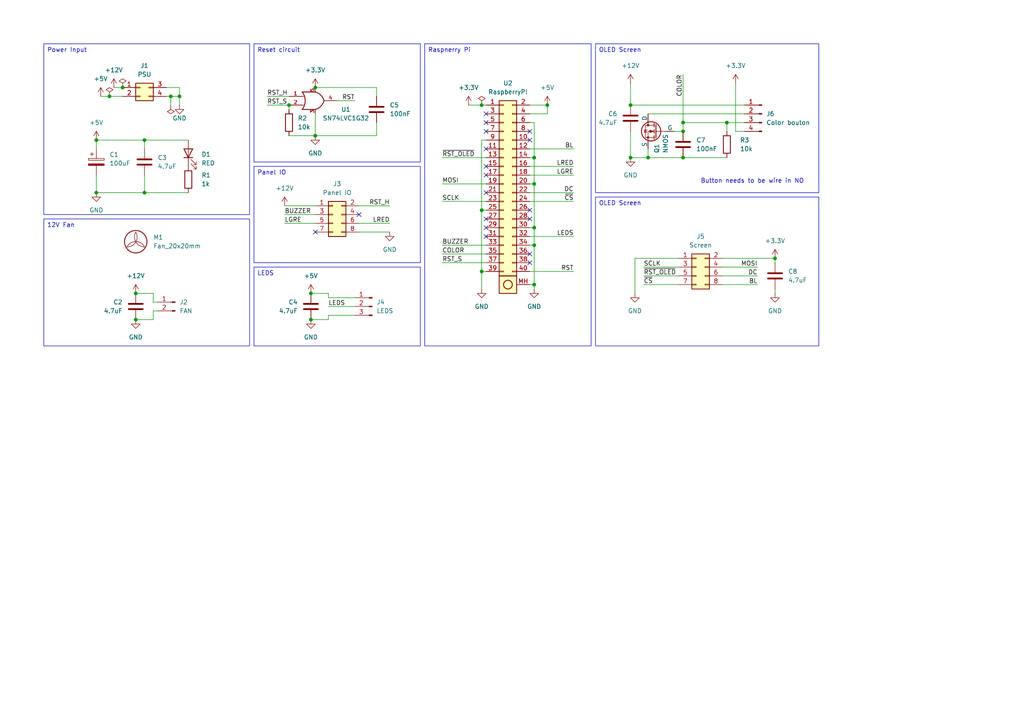
<source format=kicad_sch>
(kicad_sch (version 20230121) (generator eeschema)
  (paper "A4")
  (title_block (title "Carte IO Coffee Port") (date "2024-03-19") (rev "V1.0"))
  (lib_symbols
    (symbol "ComponentsEvo:Fan_20x20mm" (pin_names (offset 0))
      (property "Reference" "M" (at 0 6.35 0))
      (property "Value" "Fan_20x20mm" (at -6.35 -2.54 0))
      (symbol "Fan_20x20mm_0_1"
        (arc (start -2.54 -0.508) (mid 0.0028 0.9121) (end 0 3.81))
        (circle (center 0 1.016) (radius 3.2512) (stroke (width 0.254)))
        (arc (start 0 3.81) (mid 0.053 0.921) (end 2.54 -0.508))
        (arc (start 2.54 -0.508) (mid 0 1.0618) (end -2.54 -0.508))
      )
    )
    (symbol "ComponentsEvo:RaspberryPI" (pin_names (offset 1.016) hide)
      (property "Reference" "U" (at 0 26.67 0))
      (property "Value" "RaspberryPI" (at 0 -31.75 0))
      (symbol "RaspberryPI_0_1"
        (rectangle (start -2.54 -25.4) (end 2.54 -30.48) (stroke (width 0.254)) (fill (type background)))
        (circle (center 0 -27.94) (radius 1.27) (stroke (width 0.254)))
      )
      (symbol "RaspberryPI_1_1"
        (rectangle (start -2.54 -24.003) (end -1.27 -24.257) (stroke (width 0.1524)))
        (rectangle (start -2.54 -21.463) (end -1.27 -21.717) (stroke (width 0.1524)))
        (rectangle (start -2.54 -18.923) (end -1.27 -19.177) (stroke (width 0.1524)))
        (rectangle (start -2.54 -16.383) (end -1.27 -16.637) (stroke (width 0.1524)))
        (rectangle (start -2.54 -13.843) (end -1.27 -14.097) (stroke (width 0.1524)))
        (rectangle (start -2.54 -11.303) (end -1.27 -11.557) (stroke (width 0.1524)))
        (rectangle (start -2.54 -8.763) (end -1.27 -9.017) (stroke (width 0.1524)))
        (rectangle (start -2.54 -6.223) (end -1.27 -6.477) (stroke (width 0.1524)))
        (rectangle (start -2.54 -3.683) (end -1.27 -3.937) (stroke (width 0.1524)))
        (rectangle (start -2.54 -1.143) (end -1.27 -1.397) (stroke (width 0.1524)))
        (rectangle (start -2.54 1.397) (end -1.27 1.143) (stroke (width 0.1524)))
        (rectangle (start -2.54 3.937) (end -1.27 3.683) (stroke (width 0.1524)))
        (rectangle (start -2.54 6.477) (end -1.27 6.223) (stroke (width 0.1524)))
        (rectangle (start -2.54 9.017) (end -1.27 8.763) (stroke (width 0.1524)))
        (rectangle (start -2.54 11.557) (end -1.27 11.303) (stroke (width 0.1524)))
        (rectangle (start -2.54 14.097) (end -1.27 13.843) (stroke (width 0.1524)))
        (rectangle (start -2.54 16.637) (end -1.27 16.383) (stroke (width 0.1524)))
        (rectangle (start -2.54 19.177) (end -1.27 18.923) (stroke (width 0.1524)))
        (rectangle (start -2.54 21.717) (end -1.27 21.463) (stroke (width 0.1524)))
        (rectangle (start -2.54 24.257) (end -1.27 24.003) (stroke (width 0.1524)))
        (rectangle (start -2.54 25.4) (end 2.54 -25.4) (stroke (width 0.254)) (fill (type background)))
        (rectangle (start 2.54 -24.003) (end 1.27 -24.257) (stroke (width 0.1524)))
        (rectangle (start 2.54 -21.463) (end 1.27 -21.717) (stroke (width 0.1524)))
        (rectangle (start 2.54 -18.923) (end 1.27 -19.177) (stroke (width 0.1524)))
        (rectangle (start 2.54 -16.383) (end 1.27 -16.637) (stroke (width 0.1524)))
        (rectangle (start 2.54 -13.843) (end 1.27 -14.097) (stroke (width 0.1524)))
        (rectangle (start 2.54 -11.303) (end 1.27 -11.557) (stroke (width 0.1524)))
        (rectangle (start 2.54 -8.763) (end 1.27 -9.017) (stroke (width 0.1524)))
        (rectangle (start 2.54 -6.223) (end 1.27 -6.477) (stroke (width 0.1524)))
        (rectangle (start 2.54 -3.683) (end 1.27 -3.937) (stroke (width 0.1524)))
        (rectangle (start 2.54 -1.143) (end 1.27 -1.397) (stroke (width 0.1524)))
        (rectangle (start 2.54 1.397) (end 1.27 1.143) (stroke (width 0.1524)))
        (rectangle (start 2.54 3.937) (end 1.27 3.683) (stroke (width 0.1524)))
        (rectangle (start 2.54 6.477) (end 1.27 6.223) (stroke (width 0.1524)))
        (rectangle (start 2.54 9.017) (end 1.27 8.763) (stroke (width 0.1524)))
        (rectangle (start 2.54 11.557) (end 1.27 11.303) (stroke (width 0.1524)))
        (rectangle (start 2.54 14.097) (end 1.27 13.843) (stroke (width 0.1524)))
        (rectangle (start 2.54 16.637) (end 1.27 16.383) (stroke (width 0.1524)))
        (rectangle (start 2.54 19.177) (end 1.27 18.923) (stroke (width 0.1524)))
        (rectangle (start 2.54 21.717) (end 1.27 21.463) (stroke (width 0.1524)))
        (rectangle (start 2.54 24.257) (end 1.27 24.003) (stroke (width 0.1524)))
        (pin passive line (at -6.35 24.13 0) (length 3.81) (name "Pin_1") (number "1"))
        (pin passive line (at 6.35 13.97 180) (length 3.81) (name "Pin_10") (number "10"))
        (pin passive line (at -6.35 11.43 0) (length 3.81) (name "Pin_11") (number "11"))
        (pin passive line (at 6.35 11.43 180) (length 3.81) (name "Pin_12") (number "12"))
        (pin passive line (at -6.35 8.89 0) (length 3.81) (name "Pin_13") (number "13"))
        (pin passive line (at 6.35 8.89 180) (length 3.81) (name "Pin_14") (number "14"))
        (pin passive line (at -6.35 6.35 0) (length 3.81) (name "Pin_15") (number "15"))
        (pin passive line (at 6.35 6.35 180) (length 3.81) (name "Pin_16") (number "16"))
        (pin passive line (at -6.35 3.81 0) (length 3.81) (name "Pin_17") (number "17"))
        (pin passive line (at 6.35 3.81 180) (length 3.81) (name "Pin_18") (number "18"))
        (pin passive line (at -6.35 1.27 0) (length 3.81) (name "Pin_19") (number "19"))
        (pin passive line (at 6.35 24.13 180) (length 3.81) (name "Pin_2") (number "2"))
        (pin passive line (at 6.35 1.27 180) (length 3.81) (name "Pin_20") (number "20"))
        (pin passive line (at -6.35 -1.27 0) (length 3.81) (name "Pin_21") (number "21"))
        (pin passive line (at 6.35 -1.27 180) (length 3.81) (name "Pin_22") (number "22"))
        (pin passive line (at -6.35 -3.81 0) (length 3.81) (name "Pin_23") (number "23"))
        (pin passive line (at 6.35 -3.81 180) (length 3.81) (name "Pin_24") (number "24"))
        (pin passive line (at -6.35 -6.35 0) (length 3.81) (name "Pin_25") (number "25"))
        (pin passive line (at 6.35 -6.35 180) (length 3.81) (name "Pin_26") (number "26"))
        (pin passive line (at -6.35 -8.89 0) (length 3.81) (name "Pin_27") (number "27"))
        (pin passive line (at 6.35 -8.89 180) (length 3.81) (name "Pin_28") (number "28"))
        (pin passive line (at -6.35 -11.43 0) (length 3.81) (name "Pin_29") (number "29"))
        (pin passive line (at -6.35 21.59 0) (length 3.81) (name "Pin_3") (number "3"))
        (pin passive line (at 6.35 -11.43 180) (length 3.81) (name "Pin_30") (number "30"))
        (pin passive line (at -6.35 -13.97 0) (length 3.81) (name "Pin_31") (number "31"))
        (pin passive line (at 6.35 -13.97 180) (length 3.81) (name "Pin_32") (number "32"))
        (pin passive line (at -6.35 -16.51 0) (length 3.81) (name "Pin_33") (number "33"))
        (pin passive line (at 6.35 -16.51 180) (length 3.81) (name "Pin_34") (number "34"))
        (pin passive line (at -6.35 -19.05 0) (length 3.81) (name "Pin_35") (number "35"))
        (pin passive line (at 6.35 -19.05 180) (length 3.81) (name "Pin_36") (number "36"))
        (pin passive line (at -6.35 -21.59 0) (length 3.81) (name "Pin_37") (number "37"))
        (pin passive line (at 6.35 -21.59 180) (length 3.81) (name "Pin_38") (number "38"))
        (pin passive line (at -6.35 -24.13 0) (length 3.81) (name "Pin_39") (number "39"))
        (pin passive line (at 6.35 21.59 180) (length 3.81) (name "Pin_4") (number "4"))
        (pin passive line (at 6.35 -24.13 180) (length 3.81) (name "Pin_40") (number "40"))
        (pin passive line (at -6.35 19.05 0) (length 3.81) (name "Pin_5") (number "5"))
        (pin passive line (at 6.35 19.05 180) (length 3.81) (name "Pin_6") (number "6"))
        (pin passive line (at -6.35 16.51 0) (length 3.81) (name "Pin_7") (number "7"))
        (pin passive line (at 6.35 16.51 180) (length 3.81) (name "Pin_8") (number "8"))
        (pin passive line (at -6.35 13.97 0) (length 3.81) (name "Pin_9") (number "9"))
        (pin passive line (at 6.35 -27.94 180) (length 3.81) (name "MountingHoles") (number "MH"))
      )
    )
    (symbol "ComponentsEvo:SN74LVC1G32" (pin_names (offset 1.016) hide)
      (property "Reference" "U?" (at -0.635 7.62 0))
      (property "Value" "SN74LVC1G32" (at -0.635 5.08 0))
      (symbol "SN74LVC1G32_0_1"
        (arc (start -3.81 -2.54) (mid -2.919 0) (end -3.81 2.54) (stroke (width 0.254)))
        (arc (start 0 -2.54) (mid 1.5993 -1.6027) (end 2.54 0) (stroke (width 0.254)))
        (polyline (pts (xy -3.81 -1.27) (xy -3.175 -1.27)))
        (polyline (pts (xy -3.81 1.27) (xy -3.175 1.27)))
        (polyline (pts (xy 0 -2.54) (xy -3.81 -2.54)) (stroke (width 0.254)) (fill (type background)))
        (polyline (pts (xy 0 2.54) (xy -3.81 2.54)) (stroke (width 0.254)) (fill (type background)))
        (arc (start 2.54 0) (mid 1.6119 1.6152) (end 0 2.54) (stroke (width 0.254)))
      )
      (symbol "SN74LVC1G32_1_1"
        (pin input line (at -7.62 1.27 0) (length 3.81) (name "A") (number "1"))
        (pin input line (at -7.62 -1.27 0) (length 3.81) (name "B") (number "2"))
        (pin power_in line (at 0 -3.81 90) (length 1.397) (name "GND") (number "3"))
        (pin output line (at 6.35 0 180) (length 3.81) (name "S") (number "4"))
        (pin power_in line (at 0 3.81 270) (length 1.397) (name "VCC") (number "5"))
      )
    )
    (symbol "Connector:Conn_01x02_Pin" (pin_names (offset 1.016) hide)
      (property "Reference" "J" (at 0 2.54 0))
      (property "Value" "Conn_01x02_Pin" (at 0 -5.08 0))
      (symbol "Conn_01x02_Pin_1_1"
        (polyline (pts (xy 1.27 -2.54) (xy 0.8636 -2.54)) (stroke (width 0.1524)))
        (polyline (pts (xy 1.27 0) (xy 0.8636 0)) (stroke (width 0.1524)))
        (rectangle (start 0.8636 -2.413) (end 0 -2.667) (stroke (width 0.1524)) (fill (type outline)))
        (rectangle (start 0.8636 0.127) (end 0 -0.127) (stroke (width 0.1524)) (fill (type outline)))
        (pin passive line (at 5.08 0 180) (length 3.81) (name "Pin_1") (number "1"))
        (pin passive line (at 5.08 -2.54 180) (length 3.81) (name "Pin_2") (number "2"))
      )
    )
    (symbol "Connector:Conn_01x03_Pin" (pin_names (offset 1.016) hide)
      (property "Reference" "J" (at 0 5.08 0))
      (property "Value" "Conn_01x03_Pin" (at 0 -5.08 0))
      (symbol "Conn_01x03_Pin_1_1"
        (polyline (pts (xy 1.27 -2.54) (xy 0.8636 -2.54)) (stroke (width 0.1524)))
        (polyline (pts (xy 1.27 0) (xy 0.8636 0)) (stroke (width 0.1524)))
        (polyline (pts (xy 1.27 2.54) (xy 0.8636 2.54)) (stroke (width 0.1524)))
        (rectangle (start 0.8636 -2.413) (end 0 -2.667) (stroke (width 0.1524)) (fill (type outline)))
        (rectangle (start 0.8636 0.127) (end 0 -0.127) (stroke (width 0.1524)) (fill (type outline)))
        (rectangle (start 0.8636 2.667) (end 0 2.413) (stroke (width 0.1524)) (fill (type outline)))
        (pin passive line (at 5.08 2.54 180) (length 3.81) (name "Pin_1") (number "1"))
        (pin passive line (at 5.08 0 180) (length 3.81) (name "Pin_2") (number "2"))
        (pin passive line (at 5.08 -2.54 180) (length 3.81) (name "Pin_3") (number "3"))
      )
    )
    (symbol "Connector:Conn_01x04_Pin" (pin_names (offset 1.016) hide)
      (property "Reference" "J" (at 0 5.08 0))
      (property "Value" "Conn_01x04_Pin" (at 0 -7.62 0))
      (symbol "Conn_01x04_Pin_1_1"
        (polyline (pts (xy 1.27 -5.08) (xy 0.8636 -5.08)) (stroke (width 0.1524)))
        (polyline (pts (xy 1.27 -2.54) (xy 0.8636 -2.54)) (stroke (width 0.1524)))
        (polyline (pts (xy 1.27 0) (xy 0.8636 0)) (stroke (width 0.1524)))
        (polyline (pts (xy 1.27 2.54) (xy 0.8636 2.54)) (stroke (width 0.1524)))
        (rectangle (start 0.8636 -4.953) (end 0 -5.207) (stroke (width 0.1524)) (fill (type outline)))
        (rectangle (start 0.8636 -2.413) (end 0 -2.667) (stroke (width 0.1524)) (fill (type outline)))
        (rectangle (start 0.8636 0.127) (end 0 -0.127) (stroke (width 0.1524)) (fill (type outline)))
        (rectangle (start 0.8636 2.667) (end 0 2.413) (stroke (width 0.1524)) (fill (type outline)))
        (pin passive line (at 5.08 2.54 180) (length 3.81) (name "Pin_1") (number "1"))
        (pin passive line (at 5.08 0 180) (length 3.81) (name "Pin_2") (number "2"))
        (pin passive line (at 5.08 -2.54 180) (length 3.81) (name "Pin_3") (number "3"))
        (pin passive line (at 5.08 -5.08 180) (length 3.81) (name "Pin_4") (number "4"))
      )
    )
    (symbol "Connector_Generic:Conn_02x02_Top_Bottom" (pin_names (offset 1.016) hide)
      (property "Reference" "J" (at 1.27 2.54 0))
      (property "Value" "Conn_02x02_Top_Bottom" (at 1.27 -5.08 0))
      (symbol "Conn_02x02_Top_Bottom_1_1"
        (rectangle (start -1.27 -2.413) (end 0 -2.667) (stroke (width 0.1524)))
        (rectangle (start -1.27 0.127) (end 0 -0.127) (stroke (width 0.1524)))
        (rectangle (start -1.27 1.27) (end 3.81 -3.81) (stroke (width 0.254)) (fill (type background)))
        (rectangle (start 3.81 -2.413) (end 2.54 -2.667) (stroke (width 0.1524)))
        (rectangle (start 3.81 0.127) (end 2.54 -0.127) (stroke (width 0.1524)))
        (pin passive line (at -5.08 0 0) (length 3.81) (name "Pin_1") (number "1"))
        (pin passive line (at -5.08 -2.54 0) (length 3.81) (name "Pin_2") (number "2"))
        (pin passive line (at 7.62 0 180) (length 3.81) (name "Pin_3") (number "3"))
        (pin passive line (at 7.62 -2.54 180) (length 3.81) (name "Pin_4") (number "4"))
      )
    )
    (symbol "Connector_Generic:Conn_02x04_Odd_Even" (pin_names (offset 1.016) hide)
      (property "Reference" "J" (at 1.27 5.08 0))
      (property "Value" "Conn_02x04_Odd_Even" (at 1.27 -7.62 0))
      (symbol "Conn_02x04_Odd_Even_1_1"
        (rectangle (start -1.27 -4.953) (end 0 -5.207) (stroke (width 0.1524)))
        (rectangle (start -1.27 -2.413) (end 0 -2.667) (stroke (width 0.1524)))
        (rectangle (start -1.27 0.127) (end 0 -0.127) (stroke (width 0.1524)))
        (rectangle (start -1.27 2.667) (end 0 2.413) (stroke (width 0.1524)))
        (rectangle (start -1.27 3.81) (end 3.81 -6.35) (stroke (width 0.254)) (fill (type background)))
        (rectangle (start 3.81 -4.953) (end 2.54 -5.207) (stroke (width 0.1524)))
        (rectangle (start 3.81 -2.413) (end 2.54 -2.667) (stroke (width 0.1524)))
        (rectangle (start 3.81 0.127) (end 2.54 -0.127) (stroke (width 0.1524)))
        (rectangle (start 3.81 2.667) (end 2.54 2.413) (stroke (width 0.1524)))
        (pin passive line (at -5.08 2.54 0) (length 3.81) (name "Pin_1") (number "1"))
        (pin passive line (at 7.62 2.54 180) (length 3.81) (name "Pin_2") (number "2"))
        (pin passive line (at -5.08 0 0) (length 3.81) (name "Pin_3") (number "3"))
        (pin passive line (at 7.62 0 180) (length 3.81) (name "Pin_4") (number "4"))
        (pin passive line (at -5.08 -2.54 0) (length 3.81) (name "Pin_5") (number "5"))
        (pin passive line (at 7.62 -2.54 180) (length 3.81) (name "Pin_6") (number "6"))
        (pin passive line (at -5.08 -5.08 0) (length 3.81) (name "Pin_7") (number "7"))
        (pin passive line (at 7.62 -5.08 180) (length 3.81) (name "Pin_8") (number "8"))
      )
    )
    (symbol "Device:C" (pin_numbers hide) (pin_names (offset 0.254))
      (property "Reference" "C" (at 0.635 2.54 0))
      (property "Value" "C" (at 0.635 -2.54 0))
      (symbol "C_0_1"
        (polyline (pts (xy -2.032 -0.762) (xy 2.032 -0.762)) (stroke (width 0.508)))
        (polyline (pts (xy -2.032 0.762) (xy 2.032 0.762)) (stroke (width 0.508)))
      )
      (symbol "C_1_1"
        (pin passive line (at 0 3.81 270) (length 2.794) (name "~") (number "1"))
        (pin passive line (at 0 -3.81 90) (length 2.794) (name "~") (number "2"))
      )
    )
    (symbol "Device:C_Polarized" (pin_numbers hide) (pin_names (offset 0.254))
      (property "Reference" "C" (at 0.635 2.54 0))
      (property "Value" "C_Polarized" (at 0.635 -2.54 0))
      (symbol "C_Polarized_0_1"
        (rectangle (start -2.286 0.508) (end 2.286 1.016))
        (polyline (pts (xy -1.778 2.286) (xy -0.762 2.286)))
        (polyline (pts (xy -1.27 2.794) (xy -1.27 1.778)))
        (rectangle (start 2.286 -0.508) (end -2.286 -1.016) (fill (type outline)))
      )
      (symbol "C_Polarized_1_1"
        (pin passive line (at 0 3.81 270) (length 2.794) (name "~") (number "1"))
        (pin passive line (at 0 -3.81 90) (length 2.794) (name "~") (number "2"))
      )
    )
    (symbol "Device:LED" (pin_numbers hide) (pin_names (offset 1.016) hide)
      (property "Reference" "D" (at 0 2.54 0))
      (property "Value" "LED" (at 0 -2.54 0))
      (symbol "LED_0_1"
        (polyline (pts (xy -1.27 -1.27) (xy -1.27 1.27)) (stroke (width 0.254)))
        (polyline (pts (xy -1.27 0) (xy 1.27 0)))
        (polyline (pts (xy 1.27 -1.27) (xy 1.27 1.27) (xy -1.27 0) (xy 1.27 -1.27)) (stroke (width 0.254)))
        (polyline (pts (xy -3.048 -0.762) (xy -4.572 -2.286) (xy -3.81 -2.286) (xy -4.572 -2.286) (xy -4.572 -1.524)))
        (polyline (pts (xy -1.778 -0.762) (xy -3.302 -2.286) (xy -2.54 -2.286) (xy -3.302 -2.286) (xy -3.302 -1.524)))
      )
      (symbol "LED_1_1"
        (pin passive line (at -3.81 0 0) (length 2.54) (name "K") (number "1"))
        (pin passive line (at 3.81 0 180) (length 2.54) (name "A") (number "2"))
      )
    )
    (symbol "Device:R" (pin_numbers hide) (pin_names (offset 0))
      (property "Reference" "R" (at 2.032 0 90))
      (property "Value" "R" (at 0 0 90))
      (symbol "R_0_1"
        (rectangle (start -1.016 -2.54) (end 1.016 2.54) (stroke (width 0.254)))
      )
      (symbol "R_1_1"
        (pin passive line (at 0 3.81 270) (length 1.27) (name "~") (number "1"))
        (pin passive line (at 0 -3.81 90) (length 1.27) (name "~") (number "2"))
      )
    )
    (symbol "Simulation_SPICE:NMOS" (pin_numbers hide) (pin_names (offset 0))
      (property "Reference" "Q" (at 5.08 1.27 0))
      (property "Value" "NMOS" (at 5.08 -1.27 0))
      (symbol "NMOS_0_1"
        (polyline (pts (xy 0.254 0) (xy -2.54 0)))
        (polyline (pts (xy 0.254 1.905) (xy 0.254 -1.905)) (stroke (width 0.254)))
        (polyline (pts (xy 0.762 -1.27) (xy 0.762 -2.286)) (stroke (width 0.254)))
        (polyline (pts (xy 0.762 0.508) (xy 0.762 -0.508)) (stroke (width 0.254)))
        (polyline (pts (xy 0.762 2.286) (xy 0.762 1.27)) (stroke (width 0.254)))
        (polyline (pts (xy 2.54 2.54) (xy 2.54 1.778)))
        (polyline (pts (xy 2.54 -2.54) (xy 2.54 0) (xy 0.762 0)))
        (polyline (pts (xy 0.762 -1.778) (xy 3.302 -1.778) (xy 3.302 1.778) (xy 0.762 1.778)))
        (polyline (pts (xy 1.016 0) (xy 2.032 0.381) (xy 2.032 -0.381) (xy 1.016 0)) (fill (type outline)))
        (polyline (pts (xy 2.794 0.508) (xy 2.921 0.381) (xy 3.683 0.381) (xy 3.81 0.254)))
        (polyline (pts (xy 3.302 0.381) (xy 2.921 -0.254) (xy 3.683 -0.254) (xy 3.302 0.381)))
        (circle (center 1.651 0) (radius 2.794) (stroke (width 0.254)))
        (circle (center 2.54 -1.778) (radius 0.254) (fill (type outline)))
        (circle (center 2.54 1.778) (radius 0.254) (fill (type outline)))
      )
      (symbol "NMOS_1_1"
        (pin passive line (at 2.54 5.08 270) (length 2.54) (name "D") (number "1"))
        (pin input line (at -5.08 0 0) (length 2.54) (name "G") (number "2"))
        (pin passive line (at 2.54 -5.08 90) (length 2.54) (name "S") (number "3"))
      )
    )
    (symbol "power:+12V" (power) (pin_names (offset 0))
      (property "Value" "+12V" (at 0 3.556 0))
      (symbol "+12V_0_1"
        (polyline (pts (xy -0.762 1.27) (xy 0 2.54)))
        (polyline (pts (xy 0 0) (xy 0 2.54)))
        (polyline (pts (xy 0 2.54) (xy 0.762 1.27)))
      )
      (symbol "+12V_1_1"
        (pin power_in line (at 0 0 90) (length 0) hide (name "+12V") (number "1"))
      )
    )
    (symbol "power:+3.3V" (power) (pin_names (offset 0))
      (property "Value" "+3.3V" (at 0 3.556 0))
      (symbol "+3.3V_0_1"
        (polyline (pts (xy -0.762 1.27) (xy 0 2.54)))
        (polyline (pts (xy 0 0) (xy 0 2.54)))
        (polyline (pts (xy 0 2.54) (xy 0.762 1.27)))
      )
      (symbol "+3.3V_1_1"
        (pin power_in line (at 0 0 90) (length 0) hide (name "+3.3V") (number "1"))
      )
    )
    (symbol "power:+5V" (power) (pin_names (offset 0))
      (property "Value" "+5V" (at 0 3.556 0))
      (symbol "+5V_0_1"
        (polyline (pts (xy -0.762 1.27) (xy 0 2.54)))
        (polyline (pts (xy 0 0) (xy 0 2.54)))
        (polyline (pts (xy 0 2.54) (xy 0.762 1.27)))
      )
      (symbol "+5V_1_1"
        (pin power_in line (at 0 0 90) (length 0) hide (name "+5V") (number "1"))
      )
    )
    (symbol "power:GND" (power) (pin_names (offset 0))
      (property "Value" "GND" (at 0 -3.81 0))
      (symbol "GND_0_1"
        (polyline (pts (xy 0 0) (xy 0 -1.27) (xy 1.27 -1.27) (xy 0 -2.54) (xy -1.27 -1.27) (xy 0 -1.27)))
      )
      (symbol "GND_1_1"
        (pin power_in line (at 0 0 270) (length 0) hide (name "GND") (number "1"))
      )
    )
    (symbol "power:PWR_FLAG" (power) (pin_numbers hide) (pin_names (offset 0) hide)
      (property "Value" "PWR_FLAG" (at 0 3.81 0))
      (symbol "PWR_FLAG_0_0"
        (pin power_out line (at 0 0 90) (length 0) (name "pwr") (number "1"))
      )
      (symbol "PWR_FLAG_0_1"
        (polyline (pts (xy 0 0) (xy 0 1.27) (xy -1.016 1.905) (xy 0 2.54) (xy 1.016 1.905) (xy 0 1.27)))
      )
    )
  )
  (junction (at 182.88 45.72))
  (junction (at 198.12 45.72))
  (junction (at 182.88 30.48))
  (junction (at 52.07 27.94))
  (junction (at 91.44 39.37))
  (junction (at 154.94 71.12))
  (junction (at 210.82 35.56))
  (junction (at 198.12 38.1))
  (junction (at 90.17 92.71))
  (junction (at 90.17 85.09))
  (junction (at 154.94 45.72))
  (junction (at 154.94 53.34))
  (junction (at 158.75 30.48))
  (junction (at 154.94 82.55))
  (junction (at 49.53 27.94))
  (junction (at 139.7 60.96))
  (junction (at 91.44 25.4))
  (junction (at 139.7 30.48))
  (junction (at 27.94 55.88))
  (junction (at 198.12 35.56))
  (junction (at 154.94 66.04))
  (junction (at 31.75 27.94))
  (junction (at 224.79 74.93))
  (junction (at 41.91 40.64))
  (junction (at 41.91 55.88))
  (junction (at 187.96 45.72))
  (junction (at 27.94 40.64))
  (junction (at 35.56 25.4))
  (junction (at 139.7 78.74))
  (junction (at 39.37 92.71))
  (junction (at 83.82 30.48))
  (junction (at 39.37 85.09))
  (no_connect (at 91.44 67.31))
  (no_connect (at 153.67 60.96))
  (no_connect (at 153.67 76.2))
  (no_connect (at 153.67 40.64))
  (no_connect (at 140.97 66.04))
  (no_connect (at 140.97 43.18))
  (no_connect (at 140.97 68.58))
  (no_connect (at 104.14 62.23))
  (no_connect (at 153.67 38.1))
  (no_connect (at 140.97 63.5))
  (no_connect (at 140.97 55.88))
  (no_connect (at 140.97 33.02))
  (no_connect (at 153.67 63.5))
  (no_connect (at 153.67 73.66))
  (no_connect (at 140.97 38.1))
  (no_connect (at 140.97 50.8))
  (no_connect (at 140.97 35.56))
  (no_connect (at 140.97 48.26))
  (wire (pts (xy 153.67 82.55) (xy 154.94 82.55)))
  (wire (pts (xy 182.88 38.1) (xy 182.88 45.72)))
  (wire (pts (xy 27.94 55.88) (xy 27.94 50.8)))
  (wire (pts (xy 140.97 40.64) (xy 139.7 40.64)))
  (wire (pts (xy 128.27 53.34) (xy 140.97 53.34)))
  (wire (pts (xy 213.36 24.13) (xy 213.36 38.1)))
  (wire (pts (xy 82.55 62.23) (xy 91.44 62.23)))
  (wire (pts (xy 154.94 66.04) (xy 154.94 71.12)))
  (wire (pts (xy 198.12 35.56) (xy 198.12 38.1)))
  (wire (pts (xy 109.22 25.4) (xy 91.44 25.4)))
  (wire (pts (xy 104.14 67.31) (xy 113.03 67.31)))
  (wire (pts (xy 209.55 77.47) (xy 219.71 77.47)))
  (wire (pts (xy 95.25 92.71) (xy 90.17 92.71)))
  (wire (pts (xy 109.22 27.94) (xy 109.22 25.4)))
  (wire (pts (xy 82.55 64.77) (xy 91.44 64.77)))
  (wire (pts (xy 41.91 55.88) (xy 54.61 55.88)))
  (wire (pts (xy 209.55 74.93) (xy 224.79 74.93)))
  (wire (pts (xy 139.7 78.74) (xy 140.97 78.74)))
  (wire (pts (xy 154.94 83.82) (xy 154.94 82.55)))
  (wire (pts (xy 44.45 85.09) (xy 39.37 85.09)))
  (wire (pts (xy 139.7 78.74) (xy 139.7 60.96)))
  (wire (pts (xy 52.07 25.4) (xy 52.07 27.94)))
  (wire (pts (xy 91.44 33.02) (xy 91.44 39.37)))
  (wire (pts (xy 128.27 45.72) (xy 140.97 45.72)))
  (wire (pts (xy 184.15 74.93) (xy 196.85 74.93)))
  (wire (pts (xy 153.67 48.26) (xy 166.37 48.26)))
  (wire (pts (xy 224.79 83.82) (xy 224.79 85.09)))
  (wire (pts (xy 209.55 80.01) (xy 219.71 80.01)))
  (wire (pts (xy 83.82 30.48) (xy 83.82 31.75)))
  (wire (pts (xy 77.47 30.48) (xy 83.82 30.48)))
  (wire (pts (xy 153.67 78.74) (xy 166.37 78.74)))
  (wire (pts (xy 44.45 92.71) (xy 44.45 90.17)))
  (wire (pts (xy 153.67 50.8) (xy 166.37 50.8)))
  (wire (pts (xy 45.72 87.63) (xy 44.45 87.63)))
  (wire (pts (xy 31.75 27.94) (xy 29.21 27.94)))
  (wire (pts (xy 210.82 35.56) (xy 215.9 35.56)))
  (wire (pts (xy 224.79 76.2) (xy 224.79 74.93)))
  (wire (pts (xy 209.55 82.55) (xy 219.71 82.55)))
  (wire (pts (xy 95.25 85.09) (xy 95.25 86.36)))
  (wire (pts (xy 128.27 73.66) (xy 140.97 73.66)))
  (wire (pts (xy 153.67 45.72) (xy 154.94 45.72)))
  (wire (pts (xy 135.89 30.48) (xy 139.7 30.48)))
  (wire (pts (xy 49.53 27.94) (xy 49.53 30.48)))
  (wire (pts (xy 104.14 64.77) (xy 113.03 64.77)))
  (wire (pts (xy 52.07 27.94) (xy 52.07 30.48)))
  (wire (pts (xy 198.12 35.56) (xy 210.82 35.56)))
  (wire (pts (xy 182.88 45.72) (xy 187.96 45.72)))
  (wire (pts (xy 82.55 59.69) (xy 91.44 59.69)))
  (wire (pts (xy 187.96 33.02) (xy 215.9 33.02)))
  (wire (pts (xy 153.67 55.88) (xy 166.37 55.88)))
  (wire (pts (xy 27.94 43.18) (xy 27.94 40.64)))
  (wire (pts (xy 154.94 35.56) (xy 154.94 45.72)))
  (wire (pts (xy 186.69 80.01) (xy 196.85 80.01)))
  (wire (pts (xy 186.69 82.55) (xy 196.85 82.55)))
  (wire (pts (xy 95.25 91.44) (xy 95.25 92.71)))
  (wire (pts (xy 97.79 29.21) (xy 102.87 29.21)))
  (wire (pts (xy 35.56 25.4) (xy 33.02 25.4)))
  (wire (pts (xy 153.67 58.42) (xy 166.37 58.42)))
  (wire (pts (xy 153.67 68.58) (xy 166.37 68.58)))
  (wire (pts (xy 186.69 77.47) (xy 196.85 77.47)))
  (wire (pts (xy 104.14 59.69) (xy 113.03 59.69)))
  (wire (pts (xy 128.27 76.2) (xy 140.97 76.2)))
  (wire (pts (xy 91.44 39.37) (xy 83.82 39.37)))
  (wire (pts (xy 90.17 85.09) (xy 95.25 85.09)))
  (wire (pts (xy 52.07 27.94) (xy 49.53 27.94)))
  (wire (pts (xy 41.91 40.64) (xy 54.61 40.64)))
  (wire (pts (xy 153.67 66.04) (xy 154.94 66.04)))
  (wire (pts (xy 198.12 45.72) (xy 210.82 45.72)))
  (wire (pts (xy 35.56 27.94) (xy 31.75 27.94)))
  (wire (pts (xy 153.67 30.48) (xy 158.75 30.48)))
  (wire (pts (xy 49.53 27.94) (xy 48.26 27.94)))
  (wire (pts (xy 154.94 53.34) (xy 154.94 66.04)))
  (wire (pts (xy 184.15 74.93) (xy 184.15 85.09)))
  (wire (pts (xy 187.96 45.72) (xy 198.12 45.72)))
  (wire (pts (xy 102.87 91.44) (xy 95.25 91.44)))
  (wire (pts (xy 44.45 87.63) (xy 44.45 85.09)))
  (wire (pts (xy 198.12 21.59) (xy 198.12 35.56)))
  (wire (pts (xy 27.94 55.88) (xy 41.91 55.88)))
  (wire (pts (xy 44.45 90.17) (xy 45.72 90.17)))
  (wire (pts (xy 139.7 30.48) (xy 140.97 30.48)))
  (wire (pts (xy 128.27 71.12) (xy 140.97 71.12)))
  (wire (pts (xy 39.37 92.71) (xy 44.45 92.71)))
  (wire (pts (xy 109.22 35.56) (xy 109.22 39.37)))
  (wire (pts (xy 182.88 30.48) (xy 215.9 30.48)))
  (wire (pts (xy 52.07 25.4) (xy 48.26 25.4)))
  (wire (pts (xy 139.7 78.74) (xy 139.7 83.82)))
  (wire (pts (xy 41.91 43.18) (xy 41.91 40.64)))
  (wire (pts (xy 158.75 30.48) (xy 158.75 33.02)))
  (wire (pts (xy 153.67 53.34) (xy 154.94 53.34)))
  (wire (pts (xy 153.67 35.56) (xy 154.94 35.56)))
  (wire (pts (xy 139.7 40.64) (xy 139.7 60.96)))
  (wire (pts (xy 95.25 86.36) (xy 102.87 86.36)))
  (wire (pts (xy 95.25 88.9) (xy 102.87 88.9)))
  (wire (pts (xy 182.88 24.13) (xy 182.88 30.48)))
  (wire (pts (xy 187.96 45.72) (xy 187.96 43.18)))
  (wire (pts (xy 153.67 43.18) (xy 166.37 43.18)))
  (wire (pts (xy 27.94 40.64) (xy 41.91 40.64)))
  (wire (pts (xy 41.91 50.8) (xy 41.91 55.88)))
  (wire (pts (xy 154.94 45.72) (xy 154.94 53.34)))
  (wire (pts (xy 109.22 39.37) (xy 91.44 39.37)))
  (wire (pts (xy 153.67 33.02) (xy 158.75 33.02)))
  (wire (pts (xy 215.9 38.1) (xy 213.36 38.1)))
  (wire (pts (xy 128.27 58.42) (xy 140.97 58.42)))
  (wire (pts (xy 154.94 71.12) (xy 154.94 82.55)))
  (wire (pts (xy 153.67 71.12) (xy 154.94 71.12)))
  (wire (pts (xy 198.12 38.1) (xy 195.58 38.1)))
  (wire (pts (xy 77.47 27.94) (xy 83.82 27.94)))
  (wire (pts (xy 139.7 60.96) (xy 140.97 60.96)))
  (wire (pts (xy 210.82 35.56) (xy 210.82 38.1)))
  (text_box "Reset circuit" (at 73.66 12.7 0) (size 48.26 34.29) (effects (font (size 1.27 1.27)) (justify left top)))
  (text_box "LEDS" (at 73.66 77.47 0) (size 48.26 22.86) (effects (font (size 1.27 1.27)) (justify left top)))
  (text_box "OLED Screen" (at 172.72 12.7 0) (size 64.77 43.18) (effects (font (size 1.27 1.27)) (justify left top)))
  (text_box "12V Fan" (at 12.7 63.5 0) (size 59.69 36.83) (effects (font (size 1.27 1.27)) (justify left top)))
  (text_box "Power Input" (at 12.7 12.7 0) (size 59.69 49.53) (effects (font (size 1.27 1.27)) (justify left top)))
  (text_box "OLED Screen" (at 172.72 57.15 0) (size 64.77 43.18) (effects (font (size 1.27 1.27)) (justify left top)))
  (text_box "Panel IO" (at 73.66 48.26 0) (size 48.26 27.94) (effects (font (size 1.27 1.27)) (justify left top)))
  (text_box "Raspnerry Pi" (at 123.19 12.7 0) (size 48.26 87.63) (effects (font (size 1.27 1.27)) (justify left top)))
  (text "Button needs to be wire in NO" (at 203.2 53.34 0) (effects (font (size 1.27 1.27)) (justify left bottom)))
  (label "LGRE" (at 82.55 64.77 0))
  (label "COLOR" (at 198.12 21.59 270))
  (label "COLOR" (at 128.27 73.66 0))
  (label "RST_H" (at 113.03 59.69 180))
  (label "~{RST_OLED}" (at 128.27 45.72 0))
  (label "BUZZER" (at 82.55 62.23 0))
  (label "BUZZER" (at 128.27 71.12 0))
  (label "LRED" (at 166.37 48.26 180))
  (label "RST" (at 166.37 78.74 180))
  (label "MOSI" (at 219.71 77.47 180))
  (label "DC" (at 219.71 80.01 180))
  (label "LGRE" (at 166.37 50.8 180))
  (label "RST" (at 102.87 29.21 180))
  (label "RST_H" (at 77.47 27.94 0))
  (label "SCLK" (at 186.69 77.47 0))
  (label "RST_S" (at 77.47 30.48 0))
  (label "RST_S" (at 128.27 76.2 0))
  (label "MOSI" (at 128.27 53.34 0))
  (label "LEDS" (at 166.37 68.58 180))
  (label "~{CS}" (at 186.69 82.55 0))
  (label "LEDS" (at 95.25 88.9 0))
  (label "BL" (at 219.71 82.55 180))
  (label "~{CS}" (at 166.37 58.42 180))
  (label "BL" (at 166.37 43.18 180))
  (label "~{RST_OLED}" (at 186.69 80.01 0))
  (label "LRED" (at 113.03 64.77 180))
  (label "SCLK" (at 128.27 58.42 0))
  (label "DC" (at 166.37 55.88 180))
  (symbol (lib_id "power:PWR_FLAG") (at 35.56 25.4 0) (mirror y) (unit 1)
    (property "Reference" "#FLG02" (effects hide))
    (property "Value" "PWR_FLAG" (effects hide))
  )
  (symbol (lib_id "power:+5V") (at 27.94 40.64 0) (unit 1)
    (property "Reference" "#PWR01" (effects hide))
    (property "Value" "+5V" (at 27.94 35.56 0))
  )
  (symbol (lib_id "Connector:Conn_01x04_Pin") (at 220.98 33.02 0) (mirror y) (unit 1)
    (property "Reference" "J6" (at 222.25 33.02 0) (effects (justify right)))
    (property "Value" "Color bouton" (at 222.25 35.56 0) (effects (justify right)))
    (property "Footprint" "ConnectorsEvo:S04B-PASK" (effects hide))
  )
  (symbol (lib_id "power:+5V") (at 29.21 27.94 0) (mirror y) (unit 1)
    (property "Reference" "#PWR03" (effects hide))
    (property "Value" "+5V" (at 29.21 22.86 0))
  )
  (symbol (lib_id "Connector_Generic:Conn_02x04_Odd_Even") (at 96.52 62.23 0) (unit 1)
    (property "Reference" "J3" (at 97.79 53.34 0))
    (property "Value" "Panel IO" (at 97.79 55.88 0))
    (property "Footprint" "ConnectorsEvo:690367280876" (effects hide))
  )
  (symbol (lib_id "Device:C") (at 41.91 46.99 180) (unit 1)
    (property "Reference" "C3" (at 45.72 45.7199 0) (effects (justify right)))
    (property "Value" "4.7uF" (at 45.72 48.2599 0) (effects (justify right)))
    (property "Footprint" "Capacitor_SMD:C_0603_1608Metric" (effects hide))
  )
  (symbol (lib_id "power:GND") (at 91.44 39.37 0) (unit 1)
    (property "Reference" "#PWR012" (effects hide))
    (property "Value" "GND" (at 91.44 44.45 0))
  )
  (symbol (lib_id "power:+12V") (at 182.88 24.13 0) (mirror y) (unit 1)
    (property "Reference" "#PWR019" (effects hide))
    (property "Value" "+12V" (at 182.88 19.05 0))
  )
  (symbol (lib_id "power:+5V") (at 90.17 85.09 0) (unit 1)
    (property "Reference" "#PWR09" (effects hide))
    (property "Value" "+5V" (at 90.17 80.01 0))
  )
  (symbol (lib_id "power:GND") (at 184.15 85.09 0) (mirror y) (unit 1)
    (property "Reference" "#PWR018" (effects hide))
    (property "Value" "GND" (at 184.15 90.17 0))
  )
  (symbol (lib_id "Device:C") (at 198.12 41.91 180) (unit 1)
    (property "Reference" "C7" (at 201.93 40.6399 0) (effects (justify right)))
    (property "Value" "100nF" (at 201.93 43.1799 0) (effects (justify right)))
    (property "Footprint" "Capacitor_SMD:C_0603_1608Metric" (effects hide))
  )
  (symbol (lib_id "Device:C") (at 39.37 88.9 0) (mirror x) (unit 1)
    (property "Reference" "C2" (at 35.56 87.6299 0) (effects (justify right)))
    (property "Value" "4.7uF" (at 35.56 90.1699 0) (effects (justify right)))
    (property "Footprint" "Capacitor_SMD:C_0603_1608Metric" (effects hide))
  )
  (symbol (lib_id "power:PWR_FLAG") (at 31.75 27.94 0) (mirror y) (unit 1)
    (property "Reference" "#FLG01" (effects hide))
    (property "Value" "PWR_FLAG" (effects hide))
  )
  (symbol (lib_id "power:GND") (at 27.94 55.88 0) (unit 1)
    (property "Reference" "#PWR02" (effects hide))
    (property "Value" "GND" (at 27.94 60.96 0))
  )
  (symbol (lib_id "power:GND") (at 182.88 45.72 0) (unit 1)
    (property "Reference" "#PWR020" (effects hide))
    (property "Value" "GND" (at 182.88 50.8 0))
  )
  (symbol (lib_id "power:GND") (at 224.79 85.09 0) (mirror y) (unit 1)
    (property "Reference" "#PWR023" (effects hide))
    (property "Value" "GND" (at 224.79 90.17 0))
  )
  (symbol (lib_id "Device:C") (at 182.88 34.29 0) (mirror x) (unit 1)
    (property "Reference" "C6" (at 179.07 33.0199 0) (effects (justify right)))
    (property "Value" "4.7uF" (at 179.07 35.5599 0) (effects (justify right)))
    (property "Footprint" "Capacitor_SMD:C_0603_1608Metric" (effects hide))
  )
  (symbol (lib_id "Connector_Generic:Conn_02x04_Odd_Even") (at 201.93 77.47 0) (unit 1)
    (property "Reference" "J5" (at 203.2 68.58 0))
    (property "Value" "Screen" (at 203.2 71.12 0))
    (property "Footprint" "ConnectorsEvo:690367280876" (effects hide))
  )
  (symbol (lib_id "power:+3.3V") (at 224.79 74.93 0) (unit 1)
    (property "Reference" "#PWR022" (effects hide))
    (property "Value" "+3.3V" (at 224.79 69.85 0))
  )
  (symbol (lib_id "ComponentsEvo:RaspberryPI") (at 147.32 54.61 0) (unit 1)
    (property "Reference" "U2" (at 147.32 24.13 0))
    (property "Value" "RaspberryPI" (at 147.32 26.67 0))
    (property "Footprint" "ComponentsEvo:Shield_Raspberry_Pi_with_11mm_Header" (effects hide))
  )
  (symbol (lib_id "power:PWR_FLAG") (at 139.7 30.48 0) (unit 1)
    (property "Reference" "#FLG04" (effects hide))
    (property "Value" "PWR_FLAG" (effects hide))
  )
  (symbol (lib_id "power:GND") (at 154.94 83.82 0) (unit 1)
    (property "Reference" "#PWR016" (effects hide))
    (property "Value" "GND" (at 154.94 88.9 0))
  )
  (symbol (lib_id "power:+5V") (at 158.75 30.48 0) (unit 1)
    (property "Reference" "#PWR017" (effects hide))
    (property "Value" "+5V" (at 158.75 25.4 0))
  )
  (symbol (lib_id "ComponentsEvo:Fan_20x20mm") (at 39.37 71.12 0) (unit 1)
    (property "Reference" "M1" (at 44.45 68.8339 0) (effects (justify left)))
    (property "Value" "Fan_20x20mm" (at 44.45 71.3739 0) (effects (justify left)))
    (property "Footprint" "ComponentsEvo:20x20x10_DC_FAN" (effects hide))
  )
  (symbol (lib_id "power:PWR_FLAG") (at 49.53 30.48 0) (mirror x) (unit 1)
    (property "Reference" "#FLG03" (effects hide))
    (property "Value" "PWR_FLAG" (effects hide))
  )
  (symbol (lib_id "Connector:Conn_01x02_Pin") (at 50.8 87.63 0) (mirror y) (unit 1)
    (property "Reference" "J2" (at 52.07 87.63 0) (effects (justify right)))
    (property "Value" "FAN" (at 52.07 90.17 0) (effects (justify right)))
    (property "Footprint" "ConnectorsEvo:B02B-PASK" (effects hide))
  )
  (symbol (lib_id "power:+12V") (at 39.37 85.09 0) (unit 1)
    (property "Reference" "#PWR05" (effects hide))
    (property "Value" "+12V" (at 39.37 80.01 0))
  )
  (symbol (lib_id "Device:R") (at 54.61 52.07 0) (unit 1)
    (property "Reference" "R1" (at 58.42 50.8 0) (effects (justify left)))
    (property "Value" "1k" (at 58.42 53.34 0) (effects (justify left)))
    (property "Footprint" "Resistor_SMD:R_0603_1608Metric" (effects hide))
  )
  (symbol (lib_id "power:+3.3V") (at 213.36 24.13 0) (unit 1)
    (property "Reference" "#PWR021" (effects hide))
    (property "Value" "+3.3V" (at 213.36 19.05 0))
  )
  (symbol (lib_id "Device:R") (at 210.82 41.91 0) (unit 1)
    (property "Reference" "R3" (at 214.63 40.64 0) (effects (justify left)))
    (property "Value" "10k" (at 214.63 43.18 0) (effects (justify left)))
    (property "Footprint" "Resistor_SMD:R_0603_1608Metric" (effects hide))
  )
  (symbol (lib_id "Simulation_SPICE:NMOS") (at 190.5 38.1 0) (mirror y) (unit 1)
    (property "Reference" "Q1" (at 190.5 44.45 90) (effects (justify left)))
    (property "Value" "NMOS" (at 193.04 44.45 90) (effects (justify left)))
    (property "Footprint" "Package_TO_SOT_SMD:SOT-23" (effects hide))
    (property "Datasheet" "https://ngspice.sourceforge.io/docs/ngspice-manual.pdf" (effects hide))
    (property "Sim.Device" "NMOS" (effects hide))
    (property "Sim.Type" "VDMOS" (effects hide))
    (property "Sim.Pins" "1=D 2=G 3=S" (effects hide))
  )
  (symbol (lib_id "power:GND") (at 113.03 67.31 0) (unit 1)
    (property "Reference" "#PWR013" (effects hide))
    (property "Value" "GND" (at 113.03 72.39 0))
  )
  (symbol (lib_id "ComponentsEvo:SN74LVC1G32") (at 91.44 29.21 0) (unit 1)
    (property "Reference" "U1" (at 100.33 31.75 0))
    (property "Value" "SN74LVC1G32" (at 100.33 34.29 0))
    (property "Footprint" "Package_TO_SOT_SMD:SOT-23-5" (effects hide))
  )
  (symbol (lib_id "power:GND") (at 52.07 30.48 0) (mirror y) (unit 1)
    (property "Reference" "#PWR07" (effects hide))
    (property "Value" "GND" (at 52.07 34.29 0))
  )
  (symbol (lib_id "power:+3.3V") (at 135.89 30.48 0) (unit 1)
    (property "Reference" "#PWR014" (effects hide))
    (property "Value" "+3.3V" (at 135.89 25.4 0))
  )
  (symbol (lib_id "power:+12V") (at 33.02 25.4 0) (mirror y) (unit 1)
    (property "Reference" "#PWR04" (effects hide))
    (property "Value" "+12V" (at 33.02 20.32 0))
  )
  (symbol (lib_id "Device:C") (at 224.79 80.01 180) (unit 1)
    (property "Reference" "C8" (at 228.6 78.7399 0) (effects (justify right)))
    (property "Value" "4.7uF" (at 228.6 81.2799 0) (effects (justify right)))
    (property "Footprint" "Capacitor_SMD:C_0603_1608Metric" (effects hide))
  )
  (symbol (lib_id "Device:C_Polarized") (at 27.94 46.99 0) (unit 1)
    (property "Reference" "C1" (at 31.75 44.8309 0) (effects (justify left)))
    (property "Value" "100uF" (at 31.75 47.3709 0) (effects (justify left)))
    (property "Footprint" "Capacitor_SMD:CP_Elec_6.3x7.7" (effects hide))
  )
  (symbol (lib_id "Device:C") (at 109.22 31.75 180) (unit 1)
    (property "Reference" "C5" (at 113.03 30.4799 0) (effects (justify right)))
    (property "Value" "100nF" (at 113.03 33.0199 0) (effects (justify right)))
    (property "Footprint" "Capacitor_SMD:C_0603_1608Metric" (effects hide))
  )
  (symbol (lib_id "Device:C") (at 90.17 88.9 0) (mirror x) (unit 1)
    (property "Reference" "C4" (at 86.36 87.6299 0) (effects (justify right)))
    (property "Value" "4.7uF" (at 86.36 90.1699 0) (effects (justify right)))
    (property "Footprint" "Capacitor_SMD:C_0603_1608Metric" (effects hide))
  )
  (symbol (lib_id "power:+12V") (at 82.55 59.69 0) (unit 1)
    (property "Reference" "#PWR08" (effects hide))
    (property "Value" "+12V" (at 82.55 54.61 0))
  )
  (symbol (lib_id "Connector:Conn_01x03_Pin") (at 107.95 88.9 0) (mirror y) (unit 1)
    (property "Reference" "J4" (at 109.22 87.63 0) (effects (justify right)))
    (property "Value" "LEDS" (at 109.22 90.17 0) (effects (justify right)))
    (property "Footprint" "ConnectorsEvo:S03B-PASK" (effects hide))
  )
  (symbol (lib_id "power:GND") (at 39.37 92.71 0) (unit 1)
    (property "Reference" "#PWR06" (effects hide))
    (property "Value" "GND" (at 39.37 97.79 0))
  )
  (symbol (lib_id "power:GND") (at 90.17 92.71 0) (unit 1)
    (property "Reference" "#PWR010" (effects hide))
    (property "Value" "GND" (at 90.17 97.79 0))
  )
  (symbol (lib_id "power:+3.3V") (at 91.44 25.4 0) (unit 1)
    (property "Reference" "#PWR011" (effects hide))
    (property "Value" "+3.3V" (at 91.44 20.32 0))
  )
  (symbol (lib_id "power:GND") (at 139.7 83.82 0) (unit 1)
    (property "Reference" "#PWR015" (effects hide))
    (property "Value" "GND" (at 139.7 88.9 0))
  )
  (symbol (lib_id "Device:R") (at 83.82 35.56 0) (unit 1)
    (property "Reference" "R2" (at 86.36 34.2899 0) (effects (justify left)))
    (property "Value" "10k" (at 86.36 36.8299 0) (effects (justify left)))
    (property "Footprint" "Resistor_SMD:R_0603_1608Metric" (effects hide))
  )
  (symbol (lib_id "Connector_Generic:Conn_02x02_Top_Bottom") (at 40.64 25.4 0) (unit 1)
    (property "Reference" "J1" (at 41.91 19.05 0))
    (property "Value" "PSU" (at 41.91 21.59 0))
    (property "Footprint" "ConnectorsEvo:66200421022" (effects hide))
  )
  (symbol (lib_id "Device:LED") (at 54.61 44.45 90) (unit 1)
    (property "Reference" "D1" (at 58.42 44.7675 90) (effects (justify right)))
    (property "Value" "RED" (at 58.42 47.3075 90) (effects (justify right)))
    (property "Footprint" "Diode_SMD:D_0805_2012Metric" (effects hide))
  )
)
</source>
